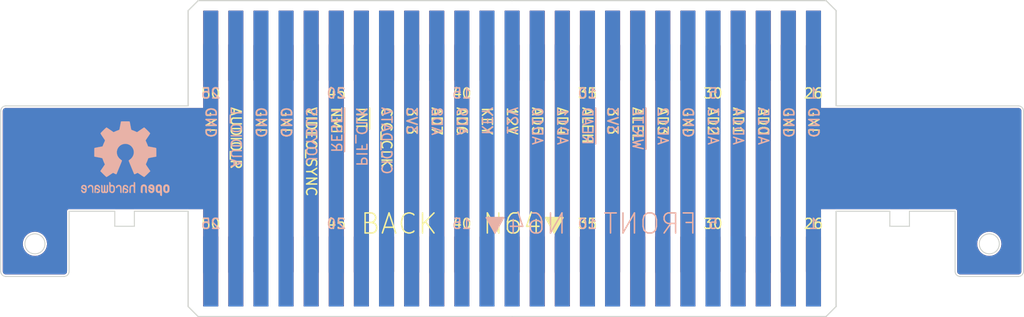
<source format=kicad_pcb>
(kicad_pcb (version 20211014) (generator pcbnew)
  (title_block (title "N64 Cardridge junction board") (date "2022-01-02") (rev "1") (company "Polprzewodnikowy"))
  (layers (0 "F.Cu" signal) (31 "B.Cu" signal) (34 "B.Paste" user) (35 "F.Paste" user) (36 "B.SilkS" user "B.Silkscreen") (37 "F.SilkS" user "F.Silkscreen") (38 "B.Mask" user) (39 "F.Mask" user) (44 "Edge.Cuts" user))
  (net 0 "")
  (net 1 "GND")
  (net 2 "+3V3")
  (net 3 "+12V")
  (net 4 "/AD0")
  (net 5 "/AD1")
  (net 6 "/AD15")
  (net 7 "/AD14")
  (net 8 "/AD13")
  (net 9 "/AD12")
  (net 10 "/AD11")
  (net 11 "/AD10")
  (net 12 "/AD9")
  (net 13 "/AD8")
  (net 14 "/AD2")
  (net 15 "/AD3")
  (net 16 "/AD4")
  (net 17 "/AD5")
  (net 18 "/AD6")
  (net 19 "/AD7")
  (net 20 "/~{WRITE}")
  (net 21 "/~{READ}")
  (net 22 "/CIC_DATA")
  (net 23 "/PIF_CLK")
  (net 24 "/~{RESET}")
  (net 25 "/JOYBUS")
  (net 26 "/AUDIO_L")
  (net 27 "/ALEL")
  (net 28 "/ALEH")
  (net 29 "/CIC_CLK")
  (net 30 "/~{INT}")
  (net 31 "/~{NMI}")
  (net 32 "/VIDEO_SYNC")
  (net 33 "/AUDIO_R")
  (net 34 "/KEY1")
  (net 35 "/KEY2")
  (footprint "Polprzewodnikowy:N64_Edge" (layer "F.Cu") (at 105 70)
    (fp_text reference "J1" hide)
    (fp_text value "N64_Cartridge")
    (fp_text user "10" (at 7.5 1.25 unlocked) (layer "B.SilkS") (effects (justify mirror)))
    (fp_text user "15" (at -5 1.25 unlocked) (layer "B.SilkS") (effects (justify mirror)))
    (fp_text user "25" (at -30 1.25 unlocked) (layer "B.SilkS") (effects (justify mirror)))
    (fp_text user "20" (at -17.5 1.25 unlocked) (layer "B.SilkS") (effects (justify mirror)))
    (fp_text user "FRONT" (at 13.75 1.25 unlocked) (layer "B.SilkS") (effects (font (size 2 2)) (justify mirror)))
    (fp_text user "5" (at 20 1.25 unlocked) (layer "B.SilkS") (effects (justify mirror)))
    (fp_text user "1" (at 30 1.25 unlocked) (layer "B.SilkS") (effects (justify mirror)))
    (fp_text user "30" (at 20 1.25 unlocked) (layer "F.SilkS"))
    (fp_text user "35" (at 7.5 1.25 unlocked) (layer "F.SilkS"))
    (fp_text user "BACK" (at -11.25 1.25 unlocked) (layer "F.SilkS") (effects (font (size 2 2))))
    (fp_text user "26" (at 30 1.25 unlocked) (layer "F.SilkS"))
    (fp_text user "45" (at -17.5 1.25 unlocked) (layer "F.SilkS"))
    (fp_text user "40" (at -5 1.25 unlocked) (layer "F.SilkS"))
    (fp_text user "50" (at -30 1.25 unlocked) (layer "F.SilkS"))
    (fp_line (start 0 10.5) (end 31.25 10.5) (layer "Edge.Cuts") (width 0.12))
    (fp_line (start 31.25 10.5) (end 32.25 9.5) (layer "Edge.Cuts") (width 0.12))
    (fp_line (start 0 10.5) (end -31.25 10.5) (layer "Edge.Cuts") (width 0.12))
    (fp_line (start -32.25 9.5) (end -32.25 0) (layer "Edge.Cuts") (width 0.12))
    (fp_line (start -32.25 9.5) (end -31.25 10.5) (layer "Edge.Cuts") (width 0.12))
    (fp_line (start 32.25 9.5) (end 32.25 0) (layer "Edge.Cuts") (width 0.12))
    (pad "1" connect roundrect (at 30 6) (size 1.5 7) (layers "B.Cu") (roundrect_rratio 0.03333333333) (net 1 "GND"))
    (pad "2" connect roundrect (at 27.5 6) (size 1.5 7) (layers "B.Cu") (roundrect_rratio 0.03333333333) (net 1 "GND"))
    (pad "3" connect roundrect (at 25 6) (size 1.5 7) (layers "B.Cu") (roundrect_rratio 0.03333333333) (net 6 "/AD15"))
    (pad "4" connect roundrect (at 22.5 6) (size 1.5 7) (layers "B.Cu") (roundrect_rratio 0.03333333333) (net 7 "/AD14"))
    (pad "5" connect roundrect (at 20 6) (size 1.5 7) (layers "B.Cu") (roundrect_rratio 0.03333333333) (net 8 "/AD13"))
    (pad "6" connect roundrect (at 17.5 6) (size 1.5 7) (layers "B.Cu") (roundrect_rratio 0.03333333333) (net 1 "GND"))
    (pad "7" connect roundrect (at 15 6) (size 1.5 7) (layers "B.Cu") (roundrect_rratio 0.03333333333) (net 9 "/AD12"))
    (pad "8" connect roundrect (at 12.5 6) (size 1.5 7) (layers "B.Cu") (roundrect_rratio 0.03333333333) (net 20 "/~{WRITE}"))
    (pad "9" connect roundrect (at 10 6) (size 1.5 7) (layers "B.Cu") (roundrect_rratio 0.03333333333) (net 2 "+3V3"))
    (pad "10" connect roundrect (at 7.5 6) (size 1.5 7) (layers "B.Cu") (roundrect_rratio 0.03333333333) (net 21 "/~{READ}"))
    (pad "11" connect roundrect (at 5 6) (size 1.5 7) (layers "B.Cu") (roundrect_rratio 0.03333333333) (net 10 "/AD11"))
    (pad "12" connect roundrect (at 2.5 6) (size 1.5 7) (layers "B.Cu") (roundrect_rratio 0.03333333333) (net 11 "/AD10"))
    (pad "13" connect roundrect (at 0 6) (size 1.5 7) (layers "B.Cu") (roundrect_rratio 0.03333333333) (net 3 "+12V"))
    (pad "14" connect roundrect (at -2.5 6) (size 1.5 7) (layers "B.Cu") (roundrect_rratio 0.03333333333) (net 34 "/KEY1"))
    (pad "15" connect roundrect (at -5 6) (size 1.5 7) (layers "B.Cu") (roundrect_rratio 0.03333333333) (net 12 "/AD9"))
    (pad "16" connect roundrect (at -7.5 6) (size 1.5 7) (layers "B.Cu") (roundrect_rratio 0.03333333333) (net 13 "/AD8"))
    (pad "17" connect roundrect (at -10 6) (size 1.5 7) (layers "B.Cu") (roundrect_rratio 0.03333333333) (net 2 "+3V3"))
    (pad "18" connect roundrect (at -12.5 6) (size 1.5 7) (layers "B.Cu") (roundrect_rratio 0.03333333333) (net 22 "/CIC_DATA"))
    (pad "19" connect roundrect (at -15 6) (size 1.5 7) (layers "B.Cu") (roundrect_rratio 0.03333333333) (net 23 "/PIF_CLK"))
    (pad "20" connect roundrect (at -17.5 6) (size 1.5 7) (layers "B.Cu") (roundrect_rratio 0.03333333333) (net 24 "/~{RESET}"))
    (pad "21" connect roundrect (at -20 6) (size 1.5 7) (layers "B.Cu") (roundrect_rratio 0.03333333333) (net 25 "/JOYBUS"))
    (pad "22" connect roundrect (at -22.5 6) (size 1.5 7) (layers "B.Cu") (roundrect_rratio 0.03333333333) (net 1 "GND"))
    (pad "23" connect roundrect (at -25 6) (size 1.5 7) (layers "B.Cu") (roundrect_rratio 0.03333333333) (net 1 "GND"))
    (pad "24" connect roundrect (at -27.5 6) (size 1.5 7) (layers "B.Cu") (roundrect_rratio 0.03333333333) (net 26 "/AUDIO_L"))
    (pad "25" connect roundrect (at -30 6) (size 1.5 7) (layers "B.Cu") (roundrect_rratio 0.03333333333) (net 1 "GND"))
    (pad "26" connect roundrect (at 30 6) (size 1.5 7) (layers "F.Cu") (roundrect_rratio 0.03333333333) (net 1 "GND"))
    (pad "27" connect roundrect (at 27.5 6) (size 1.5 7) (layers "F.Cu") (roundrect_rratio 0.03333333333) (net 1 "GND"))
    (pad "28" connect roundrect (at 25 6) (size 1.5 7) (layers "F.Cu") (roundrect_rratio 0.03333333333) (net 4 "/AD0"))
    (pad "29" connect roundrect (at 22.5 6) (size 1.5 7) (layers "F.Cu") (roundrect_rratio 0.03333333333) (net 5 "/AD1"))
    (pad "30" connect roundrect (at 20 6) (size 1.5 7) (layers "F.Cu") (roundrect_rratio 0.03333333333) (net 14 "/AD2"))
    (pad "31" connect roundrect (at 17.5 6) (size 1.5 7) (layers "F.Cu") (roundrect_rratio 0.03333333333) (net 1 "GND"))
    (pad "32" connect roundrect (at 15 6) (size 1.5 7) (layers "F.Cu") (roundrect_rratio 0.03333333333) (net 15 "/AD3"))
    (pad "33" connect roundrect (at 12.5 6) (size 1.5 7) (layers "F.Cu") (roundrect_rratio 0.03333333333) (net 27 "/ALEL"))
    (pad "34" connect roundrect (at 10 6) (size 1.5 7) (layers "F.Cu") (roundrect_rratio 0.03333333333) (net 2 "+3V3"))
    (pad "35" connect roundrect (at 7.5 6) (size 1.5 7) (layers "F.Cu") (roundrect_rratio 0.03333333333) (net 28 "/ALEH"))
    (pad "36" connect roundrect (at 5 6) (size 1.5 7) (layers "F.Cu") (roundrect_rratio 0.03333333333) (net 16 "/AD4"))
    (pad "37" connect roundrect (at 2.5 6) (size 1.5 7) (layers "F.Cu") (roundrect_rratio 0.03333333333) (net 17 "/AD5"))
    (pad "38" connect roundrect (at 0 6) (size 1.5 7) (layers "F.Cu") (roundrect_rratio 0.03333333333) (net 3 "+12V"))
    (pad "39" connect roundrect (at -2.5 6) (size 1.5 7) (layers "F.Cu") (roundrect_rratio 0.03333333333) (net 35 "/KEY2"))
    (pad "40" connect roundrect (at -5 6) (size 1.5 7) (layers "F.Cu") (roundrect_rratio 0.03333333333) (net 18 "/AD6"))
    (pad "41" connect roundrect (at -7.5 6) (size 1.5 7) (layers "F.Cu") (roundrect_rratio 0.03333333333) (net 19 "/AD7"))
    (pad "42" connect roundrect (at -10 6) (size 1.5 7) (layers "F.Cu") (roundrect_rratio 0.03333333333) (net 2 "+3V3"))
    (pad "43" connect roundrect (at -12.5 6) (size 1.5 7) (layers "F.Cu") (roundrect_rratio 0.03333333333) (net 29 "/CIC_CLK"))
    (pad "44" connect roundrect (at -15 6) (size 1.5 7) (layers "F.Cu") (roundrect_rratio 0.03333333333) (net 30 "/~{INT}"))
    (pad "45" connect roundrect (at -17.5 6) (size 1.5 7) (layers "F.Cu") (roundrect_rratio 0.03333333333) (net 31 "/~{NMI}"))
    (pad "46" connect roundrect (at -20 6) (size 1.5 7) (layers "F.Cu") (roundrect_rratio 0.03333333333) (net 32 "/VIDEO_SYNC"))
    (pad "47" connect roundrect (at -22.5 6) (size 1.5 7) (layers "F.Cu") (roundrect_rratio 0.03333333333) (net 1 "GND"))
    (pad "48" connect roundrect (at -25 6) (size 1.5 7) (layers "F.Cu") (roundrect_rratio 0.03333333333) (net 1 "GND"))
    (pad "49" connect roundrect (at -27.5 6) (size 1.5 7) (layers "F.Cu") (roundrect_rratio 0.03333333333) (net 33 "/AUDIO_R"))
    (pad "50" connect roundrect (at -30 6) (size 1.5 7) (layers "F.Cu") (roundrect_rratio 0.03333333333) (net 1 "GND"))
  )
  (footprint "Polprzewodnikowy:N64_Edge_Mirrored" (layer "F.Cu") (at 105 59.5 180)
    (fp_text reference "J2" hide)
    (fp_text value "N64_Cartridge")
    (fp_text user "15" (at 5 1.25 unlocked) (layer "B.SilkS") (effects (justify mirror)))
    (fp_text user "10" (at -7.5 1.25 unlocked) (layer "B.SilkS") (effects (justify mirror)))
    (fp_text user "1" (at -30 1.25 unlocked) (layer "B.SilkS") (effects (justify mirror)))
    (fp_text user "5" (at -20 1.25 unlocked) (layer "B.SilkS") (effects (justify mirror)))
    (fp_text user "25" (at 30 1.25 unlocked) (layer "B.SilkS") (effects (justify mirror)))
    (fp_text user "20" (at 17.5 1.25 unlocked) (layer "B.SilkS") (effects (justify mirror)))
    (fp_text user "50" (at 30 1.25 unlocked) (layer "F.SilkS"))
    (fp_text user "35" (at -7.5 1.25 unlocked) (layer "F.SilkS"))
    (fp_text user "26" (at -30 1.25 unlocked) (layer "F.SilkS"))
    (fp_text user "30" (at -20 1.25 unlocked) (layer "F.SilkS"))
    (fp_text user "45" (at 17.5 1.25 unlocked) (layer "F.SilkS"))
    (fp_text user "40" (at 5 1.25 unlocked) (layer "F.SilkS"))
    (fp_line (start 31.25 10.5) (end 32.25 9.5) (layer "Edge.Cuts") (width 0.12))
    (fp_line (start -32.25 9.5) (end -31.25 10.5) (layer "Edge.Cuts") (width 0.12))
    (fp_line (start -32.25 9.5) (end -32.25 0) (layer "Edge.Cuts") (width 0.12))
    (fp_line (start 0 10.5) (end -31.25 10.5) (layer "Edge.Cuts") (width 0.12))
    (fp_line (start 32.25 9.5) (end 32.25 0) (layer "Edge.Cuts") (width 0.12))
    (fp_line (start 0 10.5) (end 31.25 10.5) (layer "Edge.Cuts") (width 0.12))
    (pad "1" connect roundrect (at -30 6 180) (size 1.5 7) (layers "B.Cu") (roundrect_rratio 0.03333333333) (net 1 "GND"))
    (pad "2" connect roundrect (at -27.5 6 180) (size 1.5 7) (layers "B.Cu") (roundrect_rratio 0.03333333333) (net 1 "GND"))
    (pad "3" connect roundrect (at -25 6 180) (size 1.5 7) (layers "B.Cu") (roundrect_rratio 0.03333333333) (net 6 "/AD15"))
    (pad "4" connect roundrect (at -22.5 6 180) (size 1.5 7) (layers "B.Cu") (roundrect_rratio 0.03333333333) (net 7 "/AD14"))
    (pad "5" connect roundrect (at -20 6 180) (size 1.5 7) (layers "B.Cu") (roundrect_rratio 0.03333333333) (net 8 "/AD13"))
    (pad "6" connect roundrect (at -17.5 6 180) (size 1.5 7) (layers "B.Cu") (roundrect_rratio 0.03333333333) (net 1 "GND"))
    (pad "7" connect roundrect (at -15 6 180) (size 1.5 7) (layers "B.Cu") (roundrect_rratio 0.03333333333) (net 9 "/AD12"))
    (pad "8" connect roundrect (at -12.5 6 180) (size 1.5 7) (layers "B.Cu") (roundrect_rratio 0.03333333333) (net 20 "/~{WRITE}"))
    (pad "9" connect roundrect (at -10 6 180) (size 1.5 7) (layers "B.Cu") (roundrect_rratio 0.03333333333) (net 2 "+3V3"))
    (pad "10" connect roundrect (at -7.5 6 180) (size 1.5 7) (layers "B.Cu") (roundrect_rratio 0.03333333333) (net 21 "/~{READ}"))
    (pad "11" connect roundrect (at -5 6 180) (size 1.5 7) (layers "B.Cu") (roundrect_rratio 0.03333333333) (net 10 "/AD11"))
    (pad "12" connect roundrect (at -2.5 6 180) (size 1.5 7) (layers "B.Cu") (roundrect_rratio 0.03333333333) (net 11 "/AD10"))
    (pad "13" connect roundrect (at 0 6 180) (size 1.5 7) (layers "B.Cu") (roundrect_rratio 0.03333333333) (net 3 "+12V"))
    (pad "14" connect roundrect (at 2.5 6 180) (size 1.5 7) (layers "B.Cu") (roundrect_rratio 0.03333333333) (net 34 "/KEY1"))
    (pad "15" connect roundrect (at 5 6 180) (size 1.5 7) (layers "B.Cu") (roundrect_rratio 0.03333333333) (net 12 "/AD9"))
    (pad "16" connect roundrect (at 7.5 6 180) (size 1.5 7) (layers "B.Cu") (roundrect_rratio 0.03333333333) (net 13 "/AD8"))
    (pad "17" connect roundrect (at 10 6 180) (size 1.5 7) (layers "B.Cu") (roundrect_rratio 0.03333333333) (net 2 "+3V3"))
    (pad "18" connect roundrect (at 12.5 6 180) (size 1.5 7) (layers "B.Cu") (roundrect_rratio 0.03333333333) (net 22 "/CIC_DATA"))
    (pad "19" connect roundrect (at 15 6 180) (size 1.5 7) (layers "B.Cu") (roundrect_rratio 0.03333333333) (net 23 "/PIF_CLK"))
    (pad "20" connect roundrect (at 17.5 6 180) (size 1.5 7) (layers "B.Cu") (roundrect_rratio 0.03333333333) (net 24 "/~{RESET}"))
    (pad "21" connect roundrect (at 20 6 180) (size 1.5 7) (layers "B.Cu") (roundrect_rratio 0.03333333333) (net 25 "/JOYBUS"))
    (pad "22" connect roundrect (at 22.5 6 180) (size 1.5 7) (layers "B.Cu") (roundrect_rratio 0.03333333333) (net 1 "GND"))
    (pad "23" connect roundrect (at 25 6 180) (size 1.5 7) (layers "B.Cu") (roundrect_rratio 0.03333333333) (net 1 "GND"))
    (pad "24" connect roundrect (at 27.5 6 180) (size 1.5 7) (layers "B.Cu") (roundrect_rratio 0.03333333333) (net 26 "/AUDIO_L"))
    (pad "25" connect roundrect (at 30 6 180) (size 1.5 7) (layers "B.Cu") (roundrect_rratio 0.03333333333) (net 1 "GND"))
    (pad "26" connect roundrect (at -30 6 180) (size 1.5 7) (layers "F.Cu") (roundrect_rratio 0.03333333333) (net 1 "GND"))
    (pad "27" connect roundrect (at -27.5 6 180) (size 1.5 7) (layers "F.Cu") (roundrect_rratio 0.03333333333) (net 1 "GND"))
    (pad "28" connect roundrect (at -25 6 180) (size 1.5 7) (layers "F.Cu") (roundrect_rratio 0.03333333333) (net 4 "/AD0"))
    (pad "29" connect roundrect (at -22.5 6 180) (size 1.5 7) (layers "F.Cu") (roundrect_rratio 0.03333333333) (net 5 "/AD1"))
    (pad "30" connect roundrect (at -20 6 180) (size 1.5 7) (layers "F.Cu") (roundrect_rratio 0.03333333333) (net 14 "/AD2"))
    (pad "31" connect roundrect (at -17.5 6 180) (size 1.5 7) (layers "F.Cu") (roundrect_rratio 0.03333333333) (net 1 "GND"))
    (pad "32" connect roundrect (at -15 6 180) (size 1.5 7) (layers "F.Cu") (roundrect_rratio 0.03333333333) (net 15 "/AD3"))
    (pad "33" connect roundrect (at -12.5 6 180) (size 1.5 7) (layers "F.Cu") (roundrect_rratio 0.03333333333) (net 27 "/ALEL"))
    (pad "34" connect roundrect (at -10 6 180) (size 1.5 7) (layers "F.Cu") (roundrect_rratio 0.03333333333) (net 2 "+3V3"))
    (pad "35" connect roundrect (at -7.5 6 180) (size 1.5 7) (layers "F.Cu") (roundrect_rratio 0.03333333333) (net 28 "/ALEH"))
    (pad "36" connect roundrect (at -5 6 180) (size 1.5 7) (layers "F.Cu") (roundrect_rratio 0.03333333333) (net 16 "/AD4"))
    (pad "37" connect roundrect (at -2.5 6 180) (size 1.5 7) (layers "F.Cu") (roundrect_rratio 0.03333333333) (net 17 "/AD5"))
    (pad "38" connect roundrect (at 0 6 180) (size 1.5 7) (layers "F.Cu") (roundrect_rratio 0.03333333333) (net 3 "+12V"))
    (pad "39" connect roundrect (at 2.5 6 180) (size 1.5 7) (layers "F.Cu") (roundrect_rratio 0.03333333333) (net 35 "/KEY2"))
    (pad "40" connect roundrect (at 5 6 180) (size 1.5 7) (layers "F.Cu") (roundrect_rratio 0.03333333333) (net 18 "/AD6"))
    (pad "41" connect roundrect (at 7.5 6 180) (size 1.5 7) (layers "F.Cu") (roundrect_rratio 0.03333333333) (net 19 "/AD7"))
    (pad "42" connect roundrect (at 10 6 180) (size 1.5 7) (layers "F.Cu") (roundrect_rratio 0.03333333333) (net 2 "+3V3"))
    (pad "43" connect roundrect (at 12.5 6 180) (size 1.5 7) (layers "F.Cu") (roundrect_rratio 0.03333333333) (net 29 "/CIC_CLK"))
    (pad "44" connect roundrect (at 15 6 180) (size 1.5 7) (layers "F.Cu") (roundrect_rratio 0.03333333333) (net 30 "/~{INT}"))
    (pad "45" connect roundrect (at 17.5 6 180) (size 1.5 7) (layers "F.Cu") (roundrect_rratio 0.03333333333) (net 31 "/~{NMI}"))
    (pad "46" connect roundrect (at 20 6 180) (size 1.5 7) (layers "F.Cu") (roundrect_rratio 0.03333333333) (net 32 "/VIDEO_SYNC"))
    (pad "47" connect roundrect (at 22.5 6 180) (size 1.5 7) (layers "F.Cu") (roundrect_rratio 0.03333333333) (net 1 "GND"))
    (pad "48" connect roundrect (at 25 6 180) (size 1.5 7) (layers "F.Cu") (roundrect_rratio 0.03333333333) (net 1 "GND"))
    (pad "49" connect roundrect (at 27.5 6 180) (size 1.5 7) (layers "F.Cu") (roundrect_rratio 0.03333333333) (net 33 "/AUDIO_R"))
    (pad "50" connect roundrect (at 30 6 180) (size 1.5 7) (layers "F.Cu") (roundrect_rratio 0.03333333333) (net 1 "GND"))
  )
  (footprint "Symbol:OSHW-Logo2_9.8x8mm_SilkScreen" (layer "B.Cu") (at 66.5 64.75 180)
    (fp_text reference "REF**" hide)
    (fp_text value "OSHW-Logo2_9.8x8mm_SilkScreen" hide)
  )
  (gr_line (start 144.55 70) (end 149.1 70) (layer "Edge.Cuts") (width 0.1))
  (gr_circle (center 152.5 73.25) (end 153.5 73.25) (layer "Edge.Cuts") (width 0.1) (fill none))
  (gr_arc (start 54.6 76.5) (mid 54.246447 76.353553) (end 54.1 76) (layer "Edge.Cuts") (width 0.1))
  (gr_line (start 60.9 70) (end 60.9 76) (layer "Edge.Cuts") (width 0.1))
  (gr_arc (start 54.1 60) (mid 54.246447 59.646447) (end 54.6 59.5) (layer "Edge.Cuts") (width 0.1))
  (gr_line (start 67.4 71.5) (end 65.45 71.5) (layer "Edge.Cuts") (width 0.1))
  (gr_arc (start 155.9 76) (mid 155.753553 76.353553) (end 155.4 76.5) (layer "Edge.Cuts") (width 0.1))
  (gr_line (start 72.75 59.5) (end 54.6 59.5) (layer "Edge.Cuts") (width 0.1))
  (gr_arc (start 149.6 76.5) (mid 149.246447 76.353553) (end 149.1 76) (layer "Edge.Cuts") (width 0.1))
  (gr_line (start 65.45 71.5) (end 65.45 70) (layer "Edge.Cuts") (width 0.1))
  (gr_line (start 144.55 71.5) (end 144.55 70) (layer "Edge.Cuts") (width 0.1))
  (gr_line (start 67.4 70) (end 67.4 71.5) (layer "Edge.Cuts") (width 0.1))
  (gr_arc (start 60.9 76) (mid 60.753553 76.353553) (end 60.4 76.5) (layer "Edge.Cuts") (width 0.1))
  (gr_line (start 142.6 71.5) (end 144.55 71.5) (layer "Edge.Cuts") (width 0.1))
  (gr_line (start 142.6 70) (end 142.6 71.5) (layer "Edge.Cuts") (width 0.1))
  (gr_line (start 149.1 70) (end 149.1 76) (layer "Edge.Cuts") (width 0.1))
  (gr_line (start 72.75 70) (end 67.4 70) (layer "Edge.Cuts") (width 0.1))
  (gr_line (start 149.6 76.5) (end 155.4 76.5) (layer "Edge.Cuts") (width 0.1))
  (gr_circle (center 57.5 73.25) (end 58.5 73.25) (layer "Edge.Cuts") (width 0.1) (fill none))
  (gr_line (start 155.9 60) (end 155.9 76) (layer "Edge.Cuts") (width 0.1))
  (gr_line (start 54.1 60) (end 54.1 76) (layer "Edge.Cuts") (width 0.1))
  (gr_line (start 137.25 59.5) (end 155.4 59.5) (layer "Edge.Cuts") (width 0.1))
  (gr_line (start 137.25 70) (end 142.6 70) (layer "Edge.Cuts") (width 0.1))
  (gr_line (start 60.4 76.5) (end 54.6 76.5) (layer "Edge.Cuts") (width 0.1))
  (gr_arc (start 155.4 59.5) (mid 155.753553 59.646447) (end 155.9 60) (layer "Edge.Cuts") (width 0.1))
  (gr_line (start 65.45 70) (end 60.9 70) (layer "Edge.Cuts") (width 0.1))
  (gr_text "JOYBUS" (at 85 62.452381 270) (layer "B.SilkS") (effects (font (size 1 1)) (justify mirror)))
  (gr_text "AD10" (at 107.5 61.5 270) (layer "B.SilkS") (effects (font (size 1 1)) (justify mirror)))
  (gr_text "AUDIO_L" (at 77.5 62.619047 270) (layer "B.SilkS") (effects (font (size 1 1)) (justify mirror)))
  (gr_text "AD14" (at 127.5 61.5 270) (layer "B.SilkS") (effects (font (size 1 1)) (justify mirror)))
  (gr_text "~{WRITE}" (at 117.5 61.761904 270) (layer "B.SilkS") (effects (font (size 1 1)) (justify mirror)))
  (gr_text "GND" (at 135 61.142857 270) (layer "B.SilkS") (effects (font (size 1 1)) (justify mirror)))
  (gr_text "3V3" (at 115 61 270) (layer "B.SilkS") (effects (font (size 1 1)) (justify mirror)))
  (gr_text "AD8" (at 97.5 61.023809 270) (layer "B.SilkS") (effects (font (size 1 1)) (justify mirror)))
  (gr_text "AD15" (at 130 61.5 270) (layer "B.SilkS") (effects (font (size 1 1)) (justify mirror)))
  (gr_text "N64▼" (at 106.25 71.25) (layer "B.SilkS") (effects (font (size 2 2)) (justify mirror)))
  (gr_text "GND" (at 122.5 61.142857 270) (layer "B.SilkS") (effects (font (size 1 1)) (justify mirror)))
  (gr_text "KEY" (at 102.5 61 270) (layer "B.SilkS") (effects (font (size 1 1)) (justify mirror)))
  (gr_text "GND" (at 82.5 61.142857 270) (layer "B.SilkS") (effects (font (size 1 1)) (justify mirror)))
  (gr_text "~{READ}" (at 112.5 61.5 270) (layer "B.SilkS") (effects (font (size 1 1)) (justify mirror)))
  (gr_text "~{RESET}" (at 87.5 61.880952 270) (layer "B.SilkS") (effects (font (size 1 1)) (justify mirror)))
  (gr_text "GND" (at 75 61.142857 270) (layer "B.SilkS") (effects (font (size 1 1)) (justify mirror)))
  (gr_text "12V" (at 105 61 270) (layer "B.SilkS") (effects (font (size 1 1)) (justify mirror)))
  (gr_text "GND" (at 80 61.142857 270) (layer "B.SilkS") (effects (font (size 1 1)) (justify mirror)))
  (gr_text "AD12" (at 120 61.5 270) (layer "B.SilkS") (effects (font (size 1 1)) (justify mirror)))
  (gr_text "AD9" (at 100 61.023809 270) (layer "B.SilkS") (effects (font (size 1 1)) (justify mirror)))
  (gr_text "3V3" (at 95 61 270) (layer "B.SilkS") (effects (font (size 1 1)) (justify mirror)))
  (gr_text "CIC_DATA" (at 92.5 62.97619 270) (layer "B.SilkS") (effects (font (size 1 1)) (justify mirror)))
  (gr_text "AD13" (at 125 61.5 270) (layer "B.SilkS") (effects (font (size 1 1)) (justify mirror)))
  (gr_text "GND" (at 132.5 61.142857 270) (layer "B.SilkS") (effects (font (size 1 1)) (justify mirror)))
  (gr_text "AD11" (at 110 61.5 270) (layer "B.SilkS") (effects (font (size 1 1)) (justify mirror)))
  (gr_text "PIF_CLK" (at 90 62.571428 270) (layer "B.SilkS") (effects (font (size 1 1)) (justify mirror)))
  (gr_text "VIDEO_SYNC" (at 85 64.071429 270) (layer "F.SilkS") (effects (font (size 1 1))))
  (gr_text "3V3" (at 95 61 270) (layer "F.SilkS") (effects (font (size 1 1))))
  (gr_text "GND" (at 82.5 61.142857 270) (layer "F.SilkS") (effects (font (size 1 1))))
  (gr_text "AD7" (at 97.5 61.02381 270) (layer "F.SilkS") (effects (font (size 1 1))))
  (gr_text "GND" (at 75 61.142857 270) (layer "F.SilkS") (effects (font (size 1 1))))
  (gr_text "AD0" (at 130 61.02381 270) (layer "F.SilkS") (effects (font (size 1 1))))
  (gr_text "12V" (at 105 61 270) (layer "F.SilkS") (effects (font (size 1 1))))
  (gr_text "AD6" (at 100 61.02381 270) (layer "F.SilkS") (effects (font (size 1 1))))
  (gr_text "~{INT}" (at 90 60.761905 270) (layer "F.SilkS") (effects (font (size 1 1))))
  (gr_text "~{NMI}" (at 87.5 60.952381 270) (layer "F.SilkS") (effects (font (size 1 1))))
  (gr_text "AD1" (at 127.5 61.02381 270) (layer "F.SilkS") (effects (font (size 1 1))))
  (gr_text "GND" (at 132.5 61.142857 270) (layer "F.SilkS") (effects (font (size 1 1))))
  (gr_text "ALEL" (at 117.5 61.309524 270) (layer "F.SilkS") (effects (font (size 1 1))))
  (gr_text "GND" (at 135 61.142857 270) (layer "F.SilkS") (effects (font (size 1 1))))
  (gr_text "AD5" (at 107.5 61.02381 270) (layer "F.SilkS") (effects (font (size 1 1))))
  (gr_text "AD4" (at 110 61.02381 270) (layer "F.SilkS") (effects (font (size 1 1))))
  (gr_text "CIC_CLK" (at 92.5 62.642857 270) (layer "F.SilkS") (effects (font (size 1 1))))
  (gr_text "AD2" (at 125 61.02381 270) (layer "F.SilkS") (effects (font (size 1 1))))
  (gr_text "3V3" (at 115 61 270) (layer "F.SilkS") (effects (font (size 1 1))))
  (gr_text "KEY" (at 102.5 61 270) (layer "F.SilkS") (effects (font (size 1 1))))
  (gr_text "GND" (at 80 61.142857 270) (layer "F.SilkS") (effects (font (size 1 1))))
  (gr_text "AD3" (at 120 61.02381 270) (layer "F.SilkS") (effects (font (size 1 1))))
  (gr_text "AUDIO_R" (at 77.5 62.714286 270) (layer "F.SilkS") (effects (font (size 1 1))))
  (gr_text "N64▼" (at 106.25 71.25) (layer "F.SilkS") (effects (font (size 2 2))))
  (gr_text "GND" (at 122.5 61.142857 270) (layer "F.SilkS") (effects (font (size 1 1))))
  (gr_text "ALEH" (at 112.5 61.428572 270) (layer "F.SilkS") (effects (font (size 1 1))))
  (segment (start 132.5 53.5) (end 132.5 76) (width 1.5) (layer "F.Cu") (net 1))
  (segment (start 75 76) (end 75 53.5) (width 1.5) (layer "F.Cu") (net 1))
  (segment (start 82.5 53.5) (end 82.5 76) (width 1.5) (layer "F.Cu") (net 1))
  (segment (start 80 76) (end 80 53.5) (width 1.5) (layer "F.Cu") (net 1))
  (segment (start 122.5 53.5) (end 122.5 76) (width 1.5) (layer "F.Cu") (net 1))
  (segment (start 135 76) (end 135 53.5) (width 1.5) (layer "F.Cu") (net 1))
  (segment (start 80 53.5) (end 80 76) (width 1.5) (layer "B.Cu") (net 1))
  (segment (start 122.5 76) (end 122.5 53.5) (width 1.5) (layer "B.Cu") (net 1))
  (segment (start 135 53.5) (end 135 76) (width 1.5) (layer "B.Cu") (net 1))
  (segment (start 82.5 76) (end 82.5 53.5) (width 1.5) (layer "B.Cu") (net 1))
  (segment (start 132.5 76) (end 132.5 53.5) (width 1.5) (layer "B.Cu") (net 1))
  (segment (start 75 53.5) (end 75 76) (width 1.5) (layer "B.Cu") (net 1))
  (segment (start 95 76) (end 95 53.5) (width 1.5) (layer "F.Cu") (net 2))
  (segment (start 115 76) (end 115 53.5) (width 1.5) (layer "F.Cu") (net 2))
  (segment (start 95 53.5) (end 95 76) (width 1.5) (layer "B.Cu") (net 2))
  (segment (start 115 53.5) (end 115 76) (width 1.5) (layer "B.Cu") (net 2))
  (segment (start 105 76) (end 105 53.5) (width 1.5) (layer "F.Cu") (net 3))
  (segment (start 105 53.5) (end 105 76) (width 1.5) (layer "B.Cu") (net 3))
  (segment (start 130 76) (end 130 53.5) (width 1.5) (layer "F.Cu") (net 4))
  (segment (start 127.5 53.5) (end 127.5 76) (width 1.5) (layer "F.Cu") (net 5))
  (segment (start 130 53.5) (end 130 76) (width 1.5) (layer "B.Cu") (net 6))
  (segment (start 127.5 76) (end 127.5 53.5) (width 1.5) (layer "B.Cu") (net 7))
  (segment (start 125 53.5) (end 125 76) (width 1.5) (layer "B.Cu") (net 8))
  (segment (start 120 53.5) (end 120 76) (width 1.5) (layer "B.Cu") (net 9))
  (segment (start 110 53.5) (end 110 76) (width 1.5) (layer "B.Cu") (net 10))
  (segment (start 107.5 76) (end 107.5 53.5) (width 1.5) (layer "B.Cu") (net 11))
  (segment (start 100 53.5) (end 100 76) (width 1.5) (layer "B.Cu") (net 12))
  (segment (start 97.5 76) (end 97.5 53.5) (width 1.5) (layer "B.Cu") (net 13))
  (segment (start 125 76) (end 125 53.5) (width 1.5) (layer "F.Cu") (net 14))
  (segment (start 120 76) (end 120 53.5) (width 1.5) (layer "F.Cu") (net 15))
  (segment (start 110 76) (end 110 53.5) (width 1.5) (layer "F.Cu") (net 16))
  (segment (start 107.5 53.5) (end 107.5 76) (width 1.5) (layer "F.Cu") (net 17))
  (segment (start 100 76) (end 100 53.5) (width 1.5) (layer "F.Cu") (net 18))
  (segment (start 97.5 53.5) (end 97.5 76) (width 1.5) (layer "F.Cu") (net 19))
  (segment (start 117.5 76) (end 117.5 53.5) (width 1.5) (layer "B.Cu") (net 20))
  (segment (start 112.5 76) (end 112.5 53.5) (width 1.5) (layer "B.Cu") (net 21))
  (segment (start 92.5 76) (end 92.5 53.5) (width 1.5) (layer "B.Cu") (net 22))
  (segment (start 90 53.5) (end 90 76) (width 1.5) (layer "B.Cu") (net 23))
  (segment (start 87.5 76) (end 87.5 53.5) (width 1.5) (layer "B.Cu") (net 24))
  (segment (start 85 53.5) (end 85 76) (width 1.5) (layer "B.Cu") (net 25))
  (segment (start 77.5 76) (end 77.5 53.5) (width 1.5) (layer "B.Cu") (net 26))
  (segment (start 117.5 53.5) (end 117.5 76) (width 1.5) (layer "F.Cu") (net 27))
  (segment (start 112.5 53.5) (end 112.5 76) (width 1.5) (layer "F.Cu") (net 28))
  (segment (start 92.5 53.5) (end 92.5 76) (width 1.5) (layer "F.Cu") (net 29))
  (segment (start 90 76) (end 90 53.5) (width 1.5) (layer "F.Cu") (net 30))
  (segment (start 87.5 53.5) (end 87.5 76) (width 1.5) (layer "F.Cu") (net 31))
  (segment (start 85 76) (end 85 53.5) (width 1.5) (layer "F.Cu") (net 32))
  (segment (start 77.5 53.5) (end 77.5 76) (width 1.5) (layer "F.Cu") (net 33))
  (segment (start 102.5 76) (end 102.5 53.5) (width 1.5) (layer "B.Cu") (net 34))
  (segment (start 102.5 53.5) (end 102.5 76) (width 1.5) (layer "F.Cu") (net 35))
  (zone (net 1) (net_name "GND") (layers F&B.Cu) (name "GND") (connect_pads (clearance 0.2)) (min_thickness 0.254) (fill yes (thermal_gap 0.508) (thermal_bridge_width 0.508) (island_removal_mode 1) (island_area_min 0))
    (polygon (pts (xy 75 60) (xy 75 69.5) (xy 75 69.8) (xy 72.75 69.8) (xy 72.75 70) (xy 60.9 70) (xy 60.9 76.5) (xy 54.1 76.5) (xy 54.1 59.5) (xy 72.75 59.5) (xy 72.75 59.7) (xy 75 59.7)))
  )
  (zone (net 0) (net_name "") (layers F&B.Cu) (connect_pads (clearance 0)) (min_thickness 0.254)
    (keepout (tracks not_allowed) (vias not_allowed) (pads allowed) (copperpour not_allowed) (footprints allowed))
    (fill (thermal_gap 0.508) (thermal_bridge_width 0.508) (island_removal_mode 1) (island_area_min 0))
    (polygon (pts (xy 144.55 71.5) (xy 142.6 71.5) (xy 142.6 69.8) (xy 144.55 69.8)))
  )
  (zone (net 0) (net_name "") (layers F&B.Cu) (name "GND") (connect_pads (clearance 0)) (min_thickness 0.254)
    (keepout (tracks not_allowed) (vias not_allowed) (pads allowed) (copperpour not_allowed) (footprints allowed))
    (fill (thermal_gap 0.508) (thermal_bridge_width 0.508) (island_removal_mode 1) (island_area_min 0))
    (polygon (pts (xy 67.4 71.5) (xy 65.45 71.5) (xy 65.45 69.8) (xy 67.4 69.8)))
  )
  (zone (net 1) (net_name "GND") (layers F&B.Cu) (connect_pads (clearance 0.2)) (min_thickness 0.254) (fill yes (thermal_gap 0.508) (thermal_bridge_width 0.508) (island_removal_mode 1) (island_area_min 0))
    (polygon (pts (xy 155.9 76.5) (xy 149.1 76.5) (xy 149.1 70) (xy 137.25 70) (xy 137.25 69.8) (xy 135 69.8) (xy 135 69.5) (xy 135 60) (xy 135 59.7) (xy 137.25 59.7) (xy 137.25 59.5) (xy 155.9 59.5)))
  )
)
</source>
